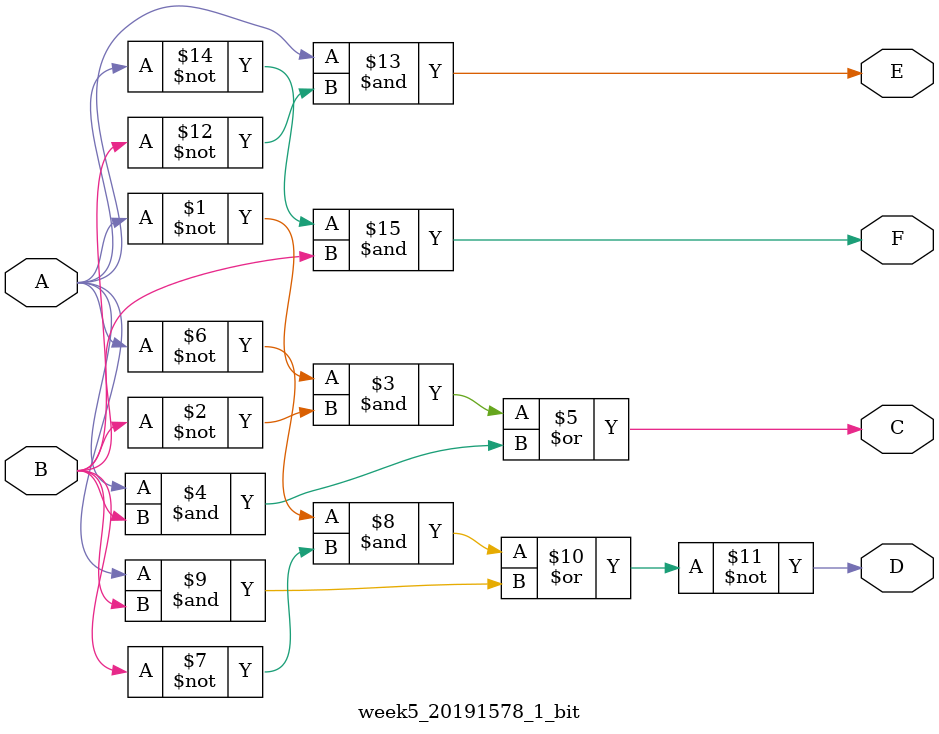
<source format=v>
`timescale 1ns / 1ps


module week5_20191578_1_bit(
    input A,
    input B,
    output C,
    output D,
    output E,
    output F
    );
    assign C = ((~A)&(~B)) | (A&B);
    assign D = ~(((~A)&(~B)) | (A&B));
    assign E = A & (~B);
    assign F = (~A) & B;
endmodule

</source>
